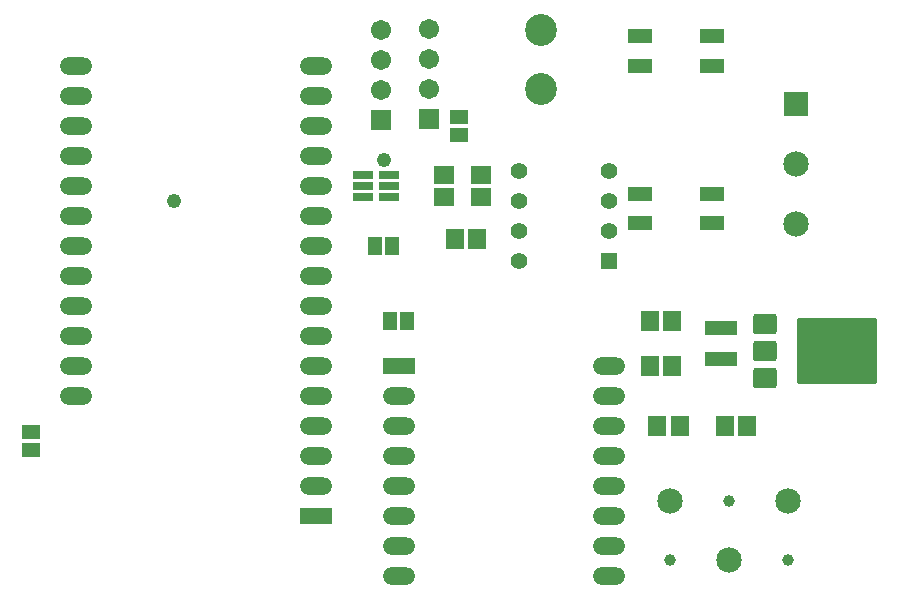
<source format=gts>
G04*
G04 #@! TF.GenerationSoftware,Altium Limited,Altium Designer,19.1.8 (144)*
G04*
G04 Layer_Color=8388736*
%FSLAX44Y44*%
%MOMM*%
G71*
G01*
G75*
%ADD26R,2.0532X1.1532*%
%ADD27R,2.8032X1.3032*%
%ADD28R,1.3032X1.6032*%
%ADD29R,1.5032X1.7032*%
%ADD30R,1.6532X0.7532*%
%ADD31R,1.6532X0.7532*%
G04:AMPARAMS|DCode=32|XSize=1.7272mm|YSize=1.9812mm|CornerRadius=0.1854mm|HoleSize=0mm|Usage=FLASHONLY|Rotation=90.000|XOffset=0mm|YOffset=0mm|HoleType=Round|Shape=RoundedRectangle|*
%AMROUNDEDRECTD32*
21,1,1.7272,1.6104,0,0,90.0*
21,1,1.3564,1.9812,0,0,90.0*
1,1,0.3708,0.8052,0.6782*
1,1,0.3708,0.8052,-0.6782*
1,1,0.3708,-0.8052,-0.6782*
1,1,0.3708,-0.8052,0.6782*
%
%ADD32ROUNDEDRECTD32*%
G04:AMPARAMS|DCode=33|XSize=5.6532mm|YSize=6.8032mm|CornerRadius=0.1561mm|HoleSize=0mm|Usage=FLASHONLY|Rotation=90.000|XOffset=0mm|YOffset=0mm|HoleType=Round|Shape=RoundedRectangle|*
%AMROUNDEDRECTD33*
21,1,5.6532,6.4910,0,0,90.0*
21,1,5.3410,6.8032,0,0,90.0*
1,1,0.3122,3.2455,2.6705*
1,1,0.3122,3.2455,-2.6705*
1,1,0.3122,-3.2455,-2.6705*
1,1,0.3122,-3.2455,2.6705*
%
%ADD33ROUNDEDRECTD33*%
%ADD34R,1.6032X1.3032*%
%ADD35R,1.7032X1.5032*%
%ADD36C,1.7032*%
%ADD37R,1.7032X1.7032*%
%ADD38R,1.4032X1.4032*%
%ADD39C,1.4032*%
%ADD40R,2.1532X2.1532*%
%ADD41C,2.1532*%
%ADD42C,1.0032*%
%ADD43O,2.7432X1.4732*%
%ADD44R,2.7432X1.4732*%
%ADD45C,2.7032*%
%ADD46C,1.2192*%
D26*
X534900Y482400D02*
D03*
Y457400D02*
D03*
X595400D02*
D03*
Y482400D02*
D03*
X534900Y349050D02*
D03*
Y324050D02*
D03*
X595400D02*
D03*
Y349050D02*
D03*
D27*
X603250Y208750D02*
D03*
Y235750D02*
D03*
D28*
X337700Y241300D02*
D03*
X322700D02*
D03*
X325000Y304800D02*
D03*
X310000D02*
D03*
D29*
X542950Y203200D02*
D03*
X561950D02*
D03*
X568300Y152400D02*
D03*
X549300D02*
D03*
X396850Y311150D02*
D03*
X377850D02*
D03*
X561950Y241300D02*
D03*
X542950D02*
D03*
X625450Y152400D02*
D03*
X606450D02*
D03*
D30*
X300400Y365100D02*
D03*
D31*
X300400Y355600D02*
D03*
Y346100D02*
D03*
X321900D02*
D03*
Y355600D02*
D03*
Y365100D02*
D03*
D32*
X640080Y238760D02*
D03*
Y193160D02*
D03*
X639974Y215960D02*
D03*
D33*
X701080D02*
D03*
D34*
X381000Y398900D02*
D03*
Y413900D02*
D03*
X19050Y147200D02*
D03*
Y132200D02*
D03*
D35*
X368300Y365100D02*
D03*
Y346100D02*
D03*
X400050D02*
D03*
Y365100D02*
D03*
D36*
X355600Y488950D02*
D03*
Y463550D02*
D03*
Y438150D02*
D03*
X314960Y487680D02*
D03*
Y462280D02*
D03*
Y436880D02*
D03*
D37*
X355600Y412750D02*
D03*
X314960Y411480D02*
D03*
D38*
X508000Y292100D02*
D03*
D39*
Y317500D02*
D03*
Y342900D02*
D03*
Y368300D02*
D03*
X431800D02*
D03*
Y342900D02*
D03*
Y317500D02*
D03*
Y292100D02*
D03*
D40*
X666750Y425450D02*
D03*
D41*
Y374650D02*
D03*
Y323850D02*
D03*
X559600Y88900D02*
D03*
X659600D02*
D03*
X609600Y38900D02*
D03*
D42*
Y88900D02*
D03*
X559600Y38900D02*
D03*
X659600D02*
D03*
D43*
X508000Y25400D02*
D03*
Y50800D02*
D03*
Y76200D02*
D03*
Y101600D02*
D03*
Y127000D02*
D03*
Y152400D02*
D03*
Y177800D02*
D03*
Y203200D02*
D03*
X330200Y25400D02*
D03*
Y50800D02*
D03*
Y76200D02*
D03*
Y101600D02*
D03*
Y127000D02*
D03*
Y152400D02*
D03*
Y177800D02*
D03*
X57150Y457200D02*
D03*
Y431800D02*
D03*
Y406400D02*
D03*
Y381000D02*
D03*
Y355600D02*
D03*
Y330200D02*
D03*
Y304800D02*
D03*
Y279400D02*
D03*
Y254000D02*
D03*
Y228600D02*
D03*
Y203200D02*
D03*
Y177800D02*
D03*
X260350Y457200D02*
D03*
Y431800D02*
D03*
Y406400D02*
D03*
Y381000D02*
D03*
Y355600D02*
D03*
Y330200D02*
D03*
Y304800D02*
D03*
Y279400D02*
D03*
Y254000D02*
D03*
Y228600D02*
D03*
Y203200D02*
D03*
Y177800D02*
D03*
Y152400D02*
D03*
Y127000D02*
D03*
Y101600D02*
D03*
D44*
X330200Y203200D02*
D03*
X260350Y76200D02*
D03*
D45*
X450850Y487896D02*
D03*
Y437896D02*
D03*
D46*
X139700Y342900D02*
D03*
X317500Y377952D02*
D03*
M02*

</source>
